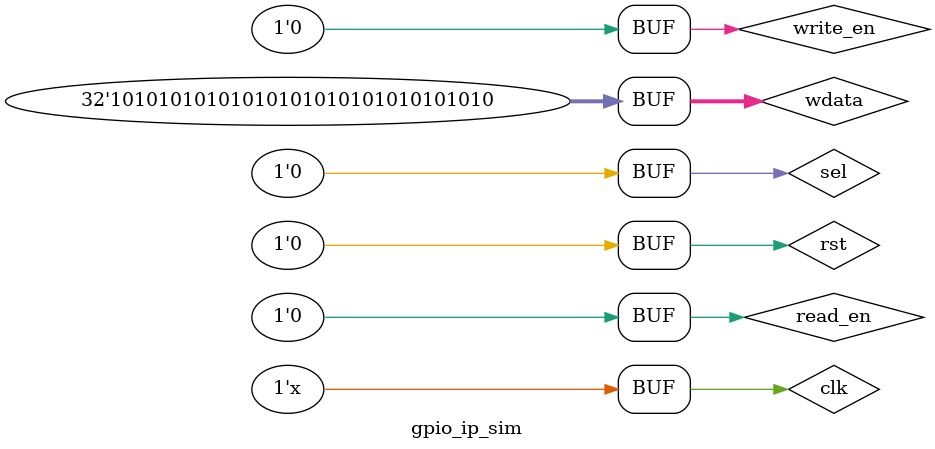
<source format=v>
`timescale 1ns / 1ps

//A test bench simulating gpio_ip.v

module gpio_ip_sim();

// DUT signals
reg clk;
reg rst;
reg sel;
reg write_en;
reg read_en;
reg [31:0] wdata;
wire [31:0] gpio_out;
wire [31:0] rdata;

// Instantiate DUT
gpio_ip d(
    .clk(clk),
    .rst(rst),
    .sel(sel),
    .write_en(write_en),
    .wdata(wdata),
    .gpio_out(gpio_out),
    .read_en(read_en),
    .rdata(rdata)
);

// Clock generation 10ns period
always #5 clk = ~clk;

initial begin
    
    clk = 0;
    rst = 1;
    sel = 0;
    write_en = 0;
    read_en = 0;
    wdata = 0;

    // Apply reset
    #10;
    rst = 0;

    // WRITE TEST 
    #10;
    sel = 1;
    write_en = 1;
    wdata = 32'h00000005;   // write 5
    #10;
    write_en = 0;

    //READ TEST
    #10;
    read_en = 1;
    #10;
    read_en = 0;

    //INVALID ACCESS TEST (sel=0)
    #10;
    sel = 0;
    write_en = 1;
    wdata = 32'hAAAAAAAA;
    #10;
    write_en = 0;

    #10;
    read_en = 1;
    #10;
    read_en = 0;

    #20;
end

endmodule


    

</source>
